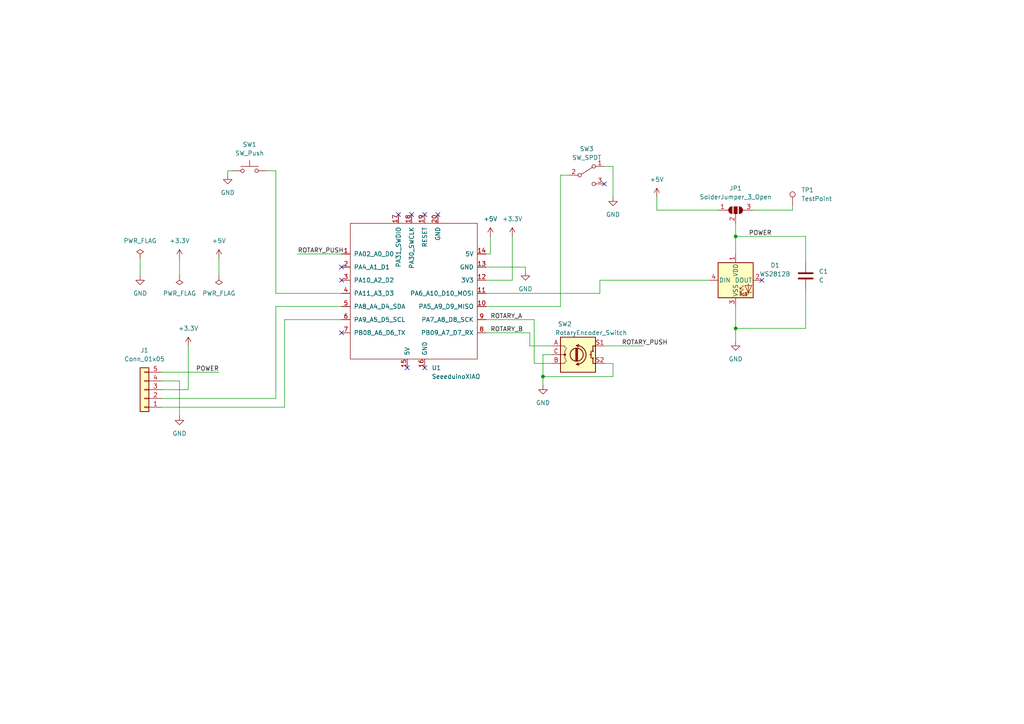
<source format=kicad_sch>
(kicad_sch (version 20211123) (generator eeschema)

  (uuid b9b65c38-667d-4673-9b80-f8f82d0c7ac7)

  (paper "A4")

  (title_block
    (title "BTMS2.0 MainPCB")
    (date "2022-09-09")
    (rev "0.1")
  )

  (lib_symbols
    (symbol "Connector:TestPoint" (pin_numbers hide) (pin_names (offset 0.762) hide) (in_bom yes) (on_board yes)
      (property "Reference" "TP" (id 0) (at 0 6.858 0)
        (effects (font (size 1.27 1.27)))
      )
      (property "Value" "TestPoint" (id 1) (at 0 5.08 0)
        (effects (font (size 1.27 1.27)))
      )
      (property "Footprint" "" (id 2) (at 5.08 0 0)
        (effects (font (size 1.27 1.27)) hide)
      )
      (property "Datasheet" "~" (id 3) (at 5.08 0 0)
        (effects (font (size 1.27 1.27)) hide)
      )
      (property "ki_keywords" "test point tp" (id 4) (at 0 0 0)
        (effects (font (size 1.27 1.27)) hide)
      )
      (property "ki_description" "test point" (id 5) (at 0 0 0)
        (effects (font (size 1.27 1.27)) hide)
      )
      (property "ki_fp_filters" "Pin* Test*" (id 6) (at 0 0 0)
        (effects (font (size 1.27 1.27)) hide)
      )
      (symbol "TestPoint_0_1"
        (circle (center 0 3.302) (radius 0.762)
          (stroke (width 0) (type default) (color 0 0 0 0))
          (fill (type none))
        )
      )
      (symbol "TestPoint_1_1"
        (pin passive line (at 0 0 90) (length 2.54)
          (name "1" (effects (font (size 1.27 1.27))))
          (number "1" (effects (font (size 1.27 1.27))))
        )
      )
    )
    (symbol "Connector_Generic:Conn_01x05" (pin_names (offset 1.016) hide) (in_bom yes) (on_board yes)
      (property "Reference" "J" (id 0) (at 0 7.62 0)
        (effects (font (size 1.27 1.27)))
      )
      (property "Value" "Conn_01x05" (id 1) (at 0 -7.62 0)
        (effects (font (size 1.27 1.27)))
      )
      (property "Footprint" "" (id 2) (at 0 0 0)
        (effects (font (size 1.27 1.27)) hide)
      )
      (property "Datasheet" "~" (id 3) (at 0 0 0)
        (effects (font (size 1.27 1.27)) hide)
      )
      (property "ki_keywords" "connector" (id 4) (at 0 0 0)
        (effects (font (size 1.27 1.27)) hide)
      )
      (property "ki_description" "Generic connector, single row, 01x05, script generated (kicad-library-utils/schlib/autogen/connector/)" (id 5) (at 0 0 0)
        (effects (font (size 1.27 1.27)) hide)
      )
      (property "ki_fp_filters" "Connector*:*_1x??_*" (id 6) (at 0 0 0)
        (effects (font (size 1.27 1.27)) hide)
      )
      (symbol "Conn_01x05_1_1"
        (rectangle (start -1.27 -4.953) (end 0 -5.207)
          (stroke (width 0.1524) (type default) (color 0 0 0 0))
          (fill (type none))
        )
        (rectangle (start -1.27 -2.413) (end 0 -2.667)
          (stroke (width 0.1524) (type default) (color 0 0 0 0))
          (fill (type none))
        )
        (rectangle (start -1.27 0.127) (end 0 -0.127)
          (stroke (width 0.1524) (type default) (color 0 0 0 0))
          (fill (type none))
        )
        (rectangle (start -1.27 2.667) (end 0 2.413)
          (stroke (width 0.1524) (type default) (color 0 0 0 0))
          (fill (type none))
        )
        (rectangle (start -1.27 5.207) (end 0 4.953)
          (stroke (width 0.1524) (type default) (color 0 0 0 0))
          (fill (type none))
        )
        (rectangle (start -1.27 6.35) (end 1.27 -6.35)
          (stroke (width 0.254) (type default) (color 0 0 0 0))
          (fill (type background))
        )
        (pin passive line (at -5.08 5.08 0) (length 3.81)
          (name "Pin_1" (effects (font (size 1.27 1.27))))
          (number "1" (effects (font (size 1.27 1.27))))
        )
        (pin passive line (at -5.08 2.54 0) (length 3.81)
          (name "Pin_2" (effects (font (size 1.27 1.27))))
          (number "2" (effects (font (size 1.27 1.27))))
        )
        (pin passive line (at -5.08 0 0) (length 3.81)
          (name "Pin_3" (effects (font (size 1.27 1.27))))
          (number "3" (effects (font (size 1.27 1.27))))
        )
        (pin passive line (at -5.08 -2.54 0) (length 3.81)
          (name "Pin_4" (effects (font (size 1.27 1.27))))
          (number "4" (effects (font (size 1.27 1.27))))
        )
        (pin passive line (at -5.08 -5.08 0) (length 3.81)
          (name "Pin_5" (effects (font (size 1.27 1.27))))
          (number "5" (effects (font (size 1.27 1.27))))
        )
      )
    )
    (symbol "Device:C" (pin_numbers hide) (pin_names (offset 0.254)) (in_bom yes) (on_board yes)
      (property "Reference" "C" (id 0) (at 0.635 2.54 0)
        (effects (font (size 1.27 1.27)) (justify left))
      )
      (property "Value" "C" (id 1) (at 0.635 -2.54 0)
        (effects (font (size 1.27 1.27)) (justify left))
      )
      (property "Footprint" "" (id 2) (at 0.9652 -3.81 0)
        (effects (font (size 1.27 1.27)) hide)
      )
      (property "Datasheet" "~" (id 3) (at 0 0 0)
        (effects (font (size 1.27 1.27)) hide)
      )
      (property "ki_keywords" "cap capacitor" (id 4) (at 0 0 0)
        (effects (font (size 1.27 1.27)) hide)
      )
      (property "ki_description" "Unpolarized capacitor" (id 5) (at 0 0 0)
        (effects (font (size 1.27 1.27)) hide)
      )
      (property "ki_fp_filters" "C_*" (id 6) (at 0 0 0)
        (effects (font (size 1.27 1.27)) hide)
      )
      (symbol "C_0_1"
        (polyline
          (pts
            (xy -2.032 -0.762)
            (xy 2.032 -0.762)
          )
          (stroke (width 0.508) (type default) (color 0 0 0 0))
          (fill (type none))
        )
        (polyline
          (pts
            (xy -2.032 0.762)
            (xy 2.032 0.762)
          )
          (stroke (width 0.508) (type default) (color 0 0 0 0))
          (fill (type none))
        )
      )
      (symbol "C_1_1"
        (pin passive line (at 0 3.81 270) (length 2.794)
          (name "~" (effects (font (size 1.27 1.27))))
          (number "1" (effects (font (size 1.27 1.27))))
        )
        (pin passive line (at 0 -3.81 90) (length 2.794)
          (name "~" (effects (font (size 1.27 1.27))))
          (number "2" (effects (font (size 1.27 1.27))))
        )
      )
    )
    (symbol "Device:RotaryEncoder_Switch" (pin_names (offset 0.254) hide) (in_bom yes) (on_board yes)
      (property "Reference" "SW" (id 0) (at 0 6.604 0)
        (effects (font (size 1.27 1.27)))
      )
      (property "Value" "RotaryEncoder_Switch" (id 1) (at 0 -6.604 0)
        (effects (font (size 1.27 1.27)))
      )
      (property "Footprint" "" (id 2) (at -3.81 4.064 0)
        (effects (font (size 1.27 1.27)) hide)
      )
      (property "Datasheet" "~" (id 3) (at 0 6.604 0)
        (effects (font (size 1.27 1.27)) hide)
      )
      (property "ki_keywords" "rotary switch encoder switch push button" (id 4) (at 0 0 0)
        (effects (font (size 1.27 1.27)) hide)
      )
      (property "ki_description" "Rotary encoder, dual channel, incremental quadrate outputs, with switch" (id 5) (at 0 0 0)
        (effects (font (size 1.27 1.27)) hide)
      )
      (property "ki_fp_filters" "RotaryEncoder*Switch*" (id 6) (at 0 0 0)
        (effects (font (size 1.27 1.27)) hide)
      )
      (symbol "RotaryEncoder_Switch_0_1"
        (rectangle (start -5.08 5.08) (end 5.08 -5.08)
          (stroke (width 0.254) (type default) (color 0 0 0 0))
          (fill (type background))
        )
        (circle (center -3.81 0) (radius 0.254)
          (stroke (width 0) (type default) (color 0 0 0 0))
          (fill (type outline))
        )
        (arc (start -0.381 -2.794) (mid 2.3622 -0.0508) (end -0.381 2.667)
          (stroke (width 0.254) (type default) (color 0 0 0 0))
          (fill (type none))
        )
        (circle (center -0.381 0) (radius 1.905)
          (stroke (width 0.254) (type default) (color 0 0 0 0))
          (fill (type none))
        )
        (polyline
          (pts
            (xy -0.635 -1.778)
            (xy -0.635 1.778)
          )
          (stroke (width 0.254) (type default) (color 0 0 0 0))
          (fill (type none))
        )
        (polyline
          (pts
            (xy -0.381 -1.778)
            (xy -0.381 1.778)
          )
          (stroke (width 0.254) (type default) (color 0 0 0 0))
          (fill (type none))
        )
        (polyline
          (pts
            (xy -0.127 1.778)
            (xy -0.127 -1.778)
          )
          (stroke (width 0.254) (type default) (color 0 0 0 0))
          (fill (type none))
        )
        (polyline
          (pts
            (xy 3.81 0)
            (xy 3.429 0)
          )
          (stroke (width 0.254) (type default) (color 0 0 0 0))
          (fill (type none))
        )
        (polyline
          (pts
            (xy 3.81 1.016)
            (xy 3.81 -1.016)
          )
          (stroke (width 0.254) (type default) (color 0 0 0 0))
          (fill (type none))
        )
        (polyline
          (pts
            (xy -5.08 -2.54)
            (xy -3.81 -2.54)
            (xy -3.81 -2.032)
          )
          (stroke (width 0) (type default) (color 0 0 0 0))
          (fill (type none))
        )
        (polyline
          (pts
            (xy -5.08 2.54)
            (xy -3.81 2.54)
            (xy -3.81 2.032)
          )
          (stroke (width 0) (type default) (color 0 0 0 0))
          (fill (type none))
        )
        (polyline
          (pts
            (xy 0.254 -3.048)
            (xy -0.508 -2.794)
            (xy 0.127 -2.413)
          )
          (stroke (width 0.254) (type default) (color 0 0 0 0))
          (fill (type none))
        )
        (polyline
          (pts
            (xy 0.254 2.921)
            (xy -0.508 2.667)
            (xy 0.127 2.286)
          )
          (stroke (width 0.254) (type default) (color 0 0 0 0))
          (fill (type none))
        )
        (polyline
          (pts
            (xy 5.08 -2.54)
            (xy 4.318 -2.54)
            (xy 4.318 -1.016)
          )
          (stroke (width 0.254) (type default) (color 0 0 0 0))
          (fill (type none))
        )
        (polyline
          (pts
            (xy 5.08 2.54)
            (xy 4.318 2.54)
            (xy 4.318 1.016)
          )
          (stroke (width 0.254) (type default) (color 0 0 0 0))
          (fill (type none))
        )
        (polyline
          (pts
            (xy -5.08 0)
            (xy -3.81 0)
            (xy -3.81 -1.016)
            (xy -3.302 -2.032)
          )
          (stroke (width 0) (type default) (color 0 0 0 0))
          (fill (type none))
        )
        (polyline
          (pts
            (xy -4.318 0)
            (xy -3.81 0)
            (xy -3.81 1.016)
            (xy -3.302 2.032)
          )
          (stroke (width 0) (type default) (color 0 0 0 0))
          (fill (type none))
        )
        (circle (center 4.318 -1.016) (radius 0.127)
          (stroke (width 0.254) (type default) (color 0 0 0 0))
          (fill (type none))
        )
        (circle (center 4.318 1.016) (radius 0.127)
          (stroke (width 0.254) (type default) (color 0 0 0 0))
          (fill (type none))
        )
      )
      (symbol "RotaryEncoder_Switch_1_1"
        (pin passive line (at -7.62 2.54 0) (length 2.54)
          (name "A" (effects (font (size 1.27 1.27))))
          (number "A" (effects (font (size 1.27 1.27))))
        )
        (pin passive line (at -7.62 -2.54 0) (length 2.54)
          (name "B" (effects (font (size 1.27 1.27))))
          (number "B" (effects (font (size 1.27 1.27))))
        )
        (pin passive line (at -7.62 0 0) (length 2.54)
          (name "C" (effects (font (size 1.27 1.27))))
          (number "C" (effects (font (size 1.27 1.27))))
        )
        (pin passive line (at 7.62 2.54 180) (length 2.54)
          (name "S1" (effects (font (size 1.27 1.27))))
          (number "S1" (effects (font (size 1.27 1.27))))
        )
        (pin passive line (at 7.62 -2.54 180) (length 2.54)
          (name "S2" (effects (font (size 1.27 1.27))))
          (number "S2" (effects (font (size 1.27 1.27))))
        )
      )
    )
    (symbol "Jumper:SolderJumper_3_Open" (pin_names (offset 0) hide) (in_bom yes) (on_board yes)
      (property "Reference" "JP" (id 0) (at -2.54 -2.54 0)
        (effects (font (size 1.27 1.27)))
      )
      (property "Value" "SolderJumper_3_Open" (id 1) (at 0 2.794 0)
        (effects (font (size 1.27 1.27)))
      )
      (property "Footprint" "" (id 2) (at 0 0 0)
        (effects (font (size 1.27 1.27)) hide)
      )
      (property "Datasheet" "~" (id 3) (at 0 0 0)
        (effects (font (size 1.27 1.27)) hide)
      )
      (property "ki_keywords" "Solder Jumper SPDT" (id 4) (at 0 0 0)
        (effects (font (size 1.27 1.27)) hide)
      )
      (property "ki_description" "Solder Jumper, 3-pole, open" (id 5) (at 0 0 0)
        (effects (font (size 1.27 1.27)) hide)
      )
      (property "ki_fp_filters" "SolderJumper*Open*" (id 6) (at 0 0 0)
        (effects (font (size 1.27 1.27)) hide)
      )
      (symbol "SolderJumper_3_Open_0_1"
        (arc (start -1.016 1.016) (mid -2.032 0) (end -1.016 -1.016)
          (stroke (width 0) (type default) (color 0 0 0 0))
          (fill (type none))
        )
        (arc (start -1.016 1.016) (mid -2.032 0) (end -1.016 -1.016)
          (stroke (width 0) (type default) (color 0 0 0 0))
          (fill (type outline))
        )
        (rectangle (start -0.508 1.016) (end 0.508 -1.016)
          (stroke (width 0) (type default) (color 0 0 0 0))
          (fill (type outline))
        )
        (polyline
          (pts
            (xy -2.54 0)
            (xy -2.032 0)
          )
          (stroke (width 0) (type default) (color 0 0 0 0))
          (fill (type none))
        )
        (polyline
          (pts
            (xy -1.016 1.016)
            (xy -1.016 -1.016)
          )
          (stroke (width 0) (type default) (color 0 0 0 0))
          (fill (type none))
        )
        (polyline
          (pts
            (xy 0 -1.27)
            (xy 0 -1.016)
          )
          (stroke (width 0) (type default) (color 0 0 0 0))
          (fill (type none))
        )
        (polyline
          (pts
            (xy 1.016 1.016)
            (xy 1.016 -1.016)
          )
          (stroke (width 0) (type default) (color 0 0 0 0))
          (fill (type none))
        )
        (polyline
          (pts
            (xy 2.54 0)
            (xy 2.032 0)
          )
          (stroke (width 0) (type default) (color 0 0 0 0))
          (fill (type none))
        )
        (arc (start 1.016 -1.016) (mid 2.032 0) (end 1.016 1.016)
          (stroke (width 0) (type default) (color 0 0 0 0))
          (fill (type none))
        )
        (arc (start 1.016 -1.016) (mid 2.032 0) (end 1.016 1.016)
          (stroke (width 0) (type default) (color 0 0 0 0))
          (fill (type outline))
        )
      )
      (symbol "SolderJumper_3_Open_1_1"
        (pin passive line (at -5.08 0 0) (length 2.54)
          (name "A" (effects (font (size 1.27 1.27))))
          (number "1" (effects (font (size 1.27 1.27))))
        )
        (pin passive line (at 0 -3.81 90) (length 2.54)
          (name "C" (effects (font (size 1.27 1.27))))
          (number "2" (effects (font (size 1.27 1.27))))
        )
        (pin passive line (at 5.08 0 180) (length 2.54)
          (name "B" (effects (font (size 1.27 1.27))))
          (number "3" (effects (font (size 1.27 1.27))))
        )
      )
    )
    (symbol "LED:WS2812B" (pin_names (offset 0.254)) (in_bom yes) (on_board yes)
      (property "Reference" "D" (id 0) (at 5.08 5.715 0)
        (effects (font (size 1.27 1.27)) (justify right bottom))
      )
      (property "Value" "WS2812B" (id 1) (at 1.27 -5.715 0)
        (effects (font (size 1.27 1.27)) (justify left top))
      )
      (property "Footprint" "LED_SMD:LED_WS2812B_PLCC4_5.0x5.0mm_P3.2mm" (id 2) (at 1.27 -7.62 0)
        (effects (font (size 1.27 1.27)) (justify left top) hide)
      )
      (property "Datasheet" "https://cdn-shop.adafruit.com/datasheets/WS2812B.pdf" (id 3) (at 2.54 -9.525 0)
        (effects (font (size 1.27 1.27)) (justify left top) hide)
      )
      (property "ki_keywords" "RGB LED NeoPixel addressable" (id 4) (at 0 0 0)
        (effects (font (size 1.27 1.27)) hide)
      )
      (property "ki_description" "RGB LED with integrated controller" (id 5) (at 0 0 0)
        (effects (font (size 1.27 1.27)) hide)
      )
      (property "ki_fp_filters" "LED*WS2812*PLCC*5.0x5.0mm*P3.2mm*" (id 6) (at 0 0 0)
        (effects (font (size 1.27 1.27)) hide)
      )
      (symbol "WS2812B_0_0"
        (text "RGB" (at 2.286 -4.191 0)
          (effects (font (size 0.762 0.762)))
        )
      )
      (symbol "WS2812B_0_1"
        (polyline
          (pts
            (xy 1.27 -3.556)
            (xy 1.778 -3.556)
          )
          (stroke (width 0) (type default) (color 0 0 0 0))
          (fill (type none))
        )
        (polyline
          (pts
            (xy 1.27 -2.54)
            (xy 1.778 -2.54)
          )
          (stroke (width 0) (type default) (color 0 0 0 0))
          (fill (type none))
        )
        (polyline
          (pts
            (xy 4.699 -3.556)
            (xy 2.667 -3.556)
          )
          (stroke (width 0) (type default) (color 0 0 0 0))
          (fill (type none))
        )
        (polyline
          (pts
            (xy 2.286 -2.54)
            (xy 1.27 -3.556)
            (xy 1.27 -3.048)
          )
          (stroke (width 0) (type default) (color 0 0 0 0))
          (fill (type none))
        )
        (polyline
          (pts
            (xy 2.286 -1.524)
            (xy 1.27 -2.54)
            (xy 1.27 -2.032)
          )
          (stroke (width 0) (type default) (color 0 0 0 0))
          (fill (type none))
        )
        (polyline
          (pts
            (xy 3.683 -1.016)
            (xy 3.683 -3.556)
            (xy 3.683 -4.064)
          )
          (stroke (width 0) (type default) (color 0 0 0 0))
          (fill (type none))
        )
        (polyline
          (pts
            (xy 4.699 -1.524)
            (xy 2.667 -1.524)
            (xy 3.683 -3.556)
            (xy 4.699 -1.524)
          )
          (stroke (width 0) (type default) (color 0 0 0 0))
          (fill (type none))
        )
        (rectangle (start 5.08 5.08) (end -5.08 -5.08)
          (stroke (width 0.254) (type default) (color 0 0 0 0))
          (fill (type background))
        )
      )
      (symbol "WS2812B_1_1"
        (pin power_in line (at 0 7.62 270) (length 2.54)
          (name "VDD" (effects (font (size 1.27 1.27))))
          (number "1" (effects (font (size 1.27 1.27))))
        )
        (pin output line (at 7.62 0 180) (length 2.54)
          (name "DOUT" (effects (font (size 1.27 1.27))))
          (number "2" (effects (font (size 1.27 1.27))))
        )
        (pin power_in line (at 0 -7.62 90) (length 2.54)
          (name "VSS" (effects (font (size 1.27 1.27))))
          (number "3" (effects (font (size 1.27 1.27))))
        )
        (pin input line (at -7.62 0 0) (length 2.54)
          (name "DIN" (effects (font (size 1.27 1.27))))
          (number "4" (effects (font (size 1.27 1.27))))
        )
      )
    )
    (symbol "Switch:SW_Push" (pin_numbers hide) (pin_names (offset 1.016) hide) (in_bom yes) (on_board yes)
      (property "Reference" "SW" (id 0) (at 1.27 2.54 0)
        (effects (font (size 1.27 1.27)) (justify left))
      )
      (property "Value" "SW_Push" (id 1) (at 0 -1.524 0)
        (effects (font (size 1.27 1.27)))
      )
      (property "Footprint" "" (id 2) (at 0 5.08 0)
        (effects (font (size 1.27 1.27)) hide)
      )
      (property "Datasheet" "~" (id 3) (at 0 5.08 0)
        (effects (font (size 1.27 1.27)) hide)
      )
      (property "ki_keywords" "switch normally-open pushbutton push-button" (id 4) (at 0 0 0)
        (effects (font (size 1.27 1.27)) hide)
      )
      (property "ki_description" "Push button switch, generic, two pins" (id 5) (at 0 0 0)
        (effects (font (size 1.27 1.27)) hide)
      )
      (symbol "SW_Push_0_1"
        (circle (center -2.032 0) (radius 0.508)
          (stroke (width 0) (type default) (color 0 0 0 0))
          (fill (type none))
        )
        (polyline
          (pts
            (xy 0 1.27)
            (xy 0 3.048)
          )
          (stroke (width 0) (type default) (color 0 0 0 0))
          (fill (type none))
        )
        (polyline
          (pts
            (xy 2.54 1.27)
            (xy -2.54 1.27)
          )
          (stroke (width 0) (type default) (color 0 0 0 0))
          (fill (type none))
        )
        (circle (center 2.032 0) (radius 0.508)
          (stroke (width 0) (type default) (color 0 0 0 0))
          (fill (type none))
        )
        (pin passive line (at -5.08 0 0) (length 2.54)
          (name "1" (effects (font (size 1.27 1.27))))
          (number "1" (effects (font (size 1.27 1.27))))
        )
        (pin passive line (at 5.08 0 180) (length 2.54)
          (name "2" (effects (font (size 1.27 1.27))))
          (number "2" (effects (font (size 1.27 1.27))))
        )
      )
    )
    (symbol "Switch:SW_SPDT" (pin_names (offset 0) hide) (in_bom yes) (on_board yes)
      (property "Reference" "SW" (id 0) (at 0 4.318 0)
        (effects (font (size 1.27 1.27)))
      )
      (property "Value" "SW_SPDT" (id 1) (at 0 -5.08 0)
        (effects (font (size 1.27 1.27)))
      )
      (property "Footprint" "" (id 2) (at 0 0 0)
        (effects (font (size 1.27 1.27)) hide)
      )
      (property "Datasheet" "~" (id 3) (at 0 0 0)
        (effects (font (size 1.27 1.27)) hide)
      )
      (property "ki_keywords" "switch single-pole double-throw spdt ON-ON" (id 4) (at 0 0 0)
        (effects (font (size 1.27 1.27)) hide)
      )
      (property "ki_description" "Switch, single pole double throw" (id 5) (at 0 0 0)
        (effects (font (size 1.27 1.27)) hide)
      )
      (symbol "SW_SPDT_0_0"
        (circle (center -2.032 0) (radius 0.508)
          (stroke (width 0) (type default) (color 0 0 0 0))
          (fill (type none))
        )
        (circle (center 2.032 -2.54) (radius 0.508)
          (stroke (width 0) (type default) (color 0 0 0 0))
          (fill (type none))
        )
      )
      (symbol "SW_SPDT_0_1"
        (polyline
          (pts
            (xy -1.524 0.254)
            (xy 1.651 2.286)
          )
          (stroke (width 0) (type default) (color 0 0 0 0))
          (fill (type none))
        )
        (circle (center 2.032 2.54) (radius 0.508)
          (stroke (width 0) (type default) (color 0 0 0 0))
          (fill (type none))
        )
      )
      (symbol "SW_SPDT_1_1"
        (pin passive line (at 5.08 2.54 180) (length 2.54)
          (name "A" (effects (font (size 1.27 1.27))))
          (number "1" (effects (font (size 1.27 1.27))))
        )
        (pin passive line (at -5.08 0 0) (length 2.54)
          (name "B" (effects (font (size 1.27 1.27))))
          (number "2" (effects (font (size 1.27 1.27))))
        )
        (pin passive line (at 5.08 -2.54 180) (length 2.54)
          (name "C" (effects (font (size 1.27 1.27))))
          (number "3" (effects (font (size 1.27 1.27))))
        )
      )
    )
    (symbol "Xiao:SeeeduinoXIAO" (pin_names (offset 1.016)) (in_bom yes) (on_board yes)
      (property "Reference" "U" (id 0) (at -19.05 22.86 0)
        (effects (font (size 1.27 1.27)))
      )
      (property "Value" "SeeeduinoXIAO" (id 1) (at -12.7 21.59 0)
        (effects (font (size 1.27 1.27)))
      )
      (property "Footprint" "" (id 2) (at -8.89 5.08 0)
        (effects (font (size 1.27 1.27)) hide)
      )
      (property "Datasheet" "" (id 3) (at -8.89 5.08 0)
        (effects (font (size 1.27 1.27)) hide)
      )
      (symbol "SeeeduinoXIAO_0_1"
        (rectangle (start -19.05 20.32) (end 17.78 -19.05)
          (stroke (width 0) (type default) (color 0 0 0 0))
          (fill (type none))
        )
      )
      (symbol "SeeeduinoXIAO_1_1"
        (pin unspecified line (at -21.59 11.43 0) (length 2.54)
          (name "PA02_A0_D0" (effects (font (size 1.27 1.27))))
          (number "1" (effects (font (size 1.27 1.27))))
        )
        (pin unspecified line (at 20.32 -3.81 180) (length 2.54)
          (name "PA5_A9_D9_MISO" (effects (font (size 1.27 1.27))))
          (number "10" (effects (font (size 1.27 1.27))))
        )
        (pin unspecified line (at 20.32 0 180) (length 2.54)
          (name "PA6_A10_D10_MOSI" (effects (font (size 1.27 1.27))))
          (number "11" (effects (font (size 1.27 1.27))))
        )
        (pin unspecified line (at 20.32 3.81 180) (length 2.54)
          (name "3V3" (effects (font (size 1.27 1.27))))
          (number "12" (effects (font (size 1.27 1.27))))
        )
        (pin unspecified line (at 20.32 7.62 180) (length 2.54)
          (name "GND" (effects (font (size 1.27 1.27))))
          (number "13" (effects (font (size 1.27 1.27))))
        )
        (pin unspecified line (at 20.32 11.43 180) (length 2.54)
          (name "5V" (effects (font (size 1.27 1.27))))
          (number "14" (effects (font (size 1.27 1.27))))
        )
        (pin input line (at -2.54 -21.59 90) (length 2.54)
          (name "5V" (effects (font (size 1.27 1.27))))
          (number "15" (effects (font (size 1.27 1.27))))
        )
        (pin input line (at 2.54 -21.59 90) (length 2.54)
          (name "GND" (effects (font (size 1.27 1.27))))
          (number "16" (effects (font (size 1.27 1.27))))
        )
        (pin input line (at -5.08 22.86 270) (length 2.54)
          (name "PA31_SWDIO" (effects (font (size 1.27 1.27))))
          (number "17" (effects (font (size 1.27 1.27))))
        )
        (pin input line (at -1.27 22.86 270) (length 2.54)
          (name "PA30_SWCLK" (effects (font (size 1.27 1.27))))
          (number "18" (effects (font (size 1.27 1.27))))
        )
        (pin input line (at 2.54 22.86 270) (length 2.54)
          (name "RESET" (effects (font (size 1.27 1.27))))
          (number "19" (effects (font (size 1.27 1.27))))
        )
        (pin unspecified line (at -21.59 7.62 0) (length 2.54)
          (name "PA4_A1_D1" (effects (font (size 1.27 1.27))))
          (number "2" (effects (font (size 1.27 1.27))))
        )
        (pin input line (at 6.35 22.86 270) (length 2.54)
          (name "GND" (effects (font (size 1.27 1.27))))
          (number "20" (effects (font (size 1.27 1.27))))
        )
        (pin unspecified line (at -21.59 3.81 0) (length 2.54)
          (name "PA10_A2_D2" (effects (font (size 1.27 1.27))))
          (number "3" (effects (font (size 1.27 1.27))))
        )
        (pin unspecified line (at -21.59 0 0) (length 2.54)
          (name "PA11_A3_D3" (effects (font (size 1.27 1.27))))
          (number "4" (effects (font (size 1.27 1.27))))
        )
        (pin unspecified line (at -21.59 -3.81 0) (length 2.54)
          (name "PA8_A4_D4_SDA" (effects (font (size 1.27 1.27))))
          (number "5" (effects (font (size 1.27 1.27))))
        )
        (pin unspecified line (at -21.59 -7.62 0) (length 2.54)
          (name "PA9_A5_D5_SCL" (effects (font (size 1.27 1.27))))
          (number "6" (effects (font (size 1.27 1.27))))
        )
        (pin unspecified line (at -21.59 -11.43 0) (length 2.54)
          (name "PB08_A6_D6_TX" (effects (font (size 1.27 1.27))))
          (number "7" (effects (font (size 1.27 1.27))))
        )
        (pin unspecified line (at 20.32 -11.43 180) (length 2.54)
          (name "PB09_A7_D7_RX" (effects (font (size 1.27 1.27))))
          (number "8" (effects (font (size 1.27 1.27))))
        )
        (pin unspecified line (at 20.32 -7.62 180) (length 2.54)
          (name "PA7_A8_D8_SCK" (effects (font (size 1.27 1.27))))
          (number "9" (effects (font (size 1.27 1.27))))
        )
      )
    )
    (symbol "power:+3.3V" (power) (pin_names (offset 0)) (in_bom yes) (on_board yes)
      (property "Reference" "#PWR" (id 0) (at 0 -3.81 0)
        (effects (font (size 1.27 1.27)) hide)
      )
      (property "Value" "+3.3V" (id 1) (at 0 3.556 0)
        (effects (font (size 1.27 1.27)))
      )
      (property "Footprint" "" (id 2) (at 0 0 0)
        (effects (font (size 1.27 1.27)) hide)
      )
      (property "Datasheet" "" (id 3) (at 0 0 0)
        (effects (font (size 1.27 1.27)) hide)
      )
      (property "ki_keywords" "power-flag" (id 4) (at 0 0 0)
        (effects (font (size 1.27 1.27)) hide)
      )
      (property "ki_description" "Power symbol creates a global label with name \"+3.3V\"" (id 5) (at 0 0 0)
        (effects (font (size 1.27 1.27)) hide)
      )
      (symbol "+3.3V_0_1"
        (polyline
          (pts
            (xy -0.762 1.27)
            (xy 0 2.54)
          )
          (stroke (width 0) (type default) (color 0 0 0 0))
          (fill (type none))
        )
        (polyline
          (pts
            (xy 0 0)
            (xy 0 2.54)
          )
          (stroke (width 0) (type default) (color 0 0 0 0))
          (fill (type none))
        )
        (polyline
          (pts
            (xy 0 2.54)
            (xy 0.762 1.27)
          )
          (stroke (width 0) (type default) (color 0 0 0 0))
          (fill (type none))
        )
      )
      (symbol "+3.3V_1_1"
        (pin power_in line (at 0 0 90) (length 0) hide
          (name "+3.3V" (effects (font (size 1.27 1.27))))
          (number "1" (effects (font (size 1.27 1.27))))
        )
      )
    )
    (symbol "power:+5V" (power) (pin_names (offset 0)) (in_bom yes) (on_board yes)
      (property "Reference" "#PWR" (id 0) (at 0 -3.81 0)
        (effects (font (size 1.27 1.27)) hide)
      )
      (property "Value" "+5V" (id 1) (at 0 3.556 0)
        (effects (font (size 1.27 1.27)))
      )
      (property "Footprint" "" (id 2) (at 0 0 0)
        (effects (font (size 1.27 1.27)) hide)
      )
      (property "Datasheet" "" (id 3) (at 0 0 0)
        (effects (font (size 1.27 1.27)) hide)
      )
      (property "ki_keywords" "power-flag" (id 4) (at 0 0 0)
        (effects (font (size 1.27 1.27)) hide)
      )
      (property "ki_description" "Power symbol creates a global label with name \"+5V\"" (id 5) (at 0 0 0)
        (effects (font (size 1.27 1.27)) hide)
      )
      (symbol "+5V_0_1"
        (polyline
          (pts
            (xy -0.762 1.27)
            (xy 0 2.54)
          )
          (stroke (width 0) (type default) (color 0 0 0 0))
          (fill (type none))
        )
        (polyline
          (pts
            (xy 0 0)
            (xy 0 2.54)
          )
          (stroke (width 0) (type default) (color 0 0 0 0))
          (fill (type none))
        )
        (polyline
          (pts
            (xy 0 2.54)
            (xy 0.762 1.27)
          )
          (stroke (width 0) (type default) (color 0 0 0 0))
          (fill (type none))
        )
      )
      (symbol "+5V_1_1"
        (pin power_in line (at 0 0 90) (length 0) hide
          (name "+5V" (effects (font (size 1.27 1.27))))
          (number "1" (effects (font (size 1.27 1.27))))
        )
      )
    )
    (symbol "power:GND" (power) (pin_names (offset 0)) (in_bom yes) (on_board yes)
      (property "Reference" "#PWR" (id 0) (at 0 -6.35 0)
        (effects (font (size 1.27 1.27)) hide)
      )
      (property "Value" "GND" (id 1) (at 0 -3.81 0)
        (effects (font (size 1.27 1.27)))
      )
      (property "Footprint" "" (id 2) (at 0 0 0)
        (effects (font (size 1.27 1.27)) hide)
      )
      (property "Datasheet" "" (id 3) (at 0 0 0)
        (effects (font (size 1.27 1.27)) hide)
      )
      (property "ki_keywords" "power-flag" (id 4) (at 0 0 0)
        (effects (font (size 1.27 1.27)) hide)
      )
      (property "ki_description" "Power symbol creates a global label with name \"GND\" , ground" (id 5) (at 0 0 0)
        (effects (font (size 1.27 1.27)) hide)
      )
      (symbol "GND_0_1"
        (polyline
          (pts
            (xy 0 0)
            (xy 0 -1.27)
            (xy 1.27 -1.27)
            (xy 0 -2.54)
            (xy -1.27 -1.27)
            (xy 0 -1.27)
          )
          (stroke (width 0) (type default) (color 0 0 0 0))
          (fill (type none))
        )
      )
      (symbol "GND_1_1"
        (pin power_in line (at 0 0 270) (length 0) hide
          (name "GND" (effects (font (size 1.27 1.27))))
          (number "1" (effects (font (size 1.27 1.27))))
        )
      )
    )
    (symbol "power:PWR_FLAG" (power) (pin_numbers hide) (pin_names (offset 0) hide) (in_bom yes) (on_board yes)
      (property "Reference" "#FLG" (id 0) (at 0 1.905 0)
        (effects (font (size 1.27 1.27)) hide)
      )
      (property "Value" "PWR_FLAG" (id 1) (at 0 3.81 0)
        (effects (font (size 1.27 1.27)))
      )
      (property "Footprint" "" (id 2) (at 0 0 0)
        (effects (font (size 1.27 1.27)) hide)
      )
      (property "Datasheet" "~" (id 3) (at 0 0 0)
        (effects (font (size 1.27 1.27)) hide)
      )
      (property "ki_keywords" "power-flag" (id 4) (at 0 0 0)
        (effects (font (size 1.27 1.27)) hide)
      )
      (property "ki_description" "Special symbol for telling ERC where power comes from" (id 5) (at 0 0 0)
        (effects (font (size 1.27 1.27)) hide)
      )
      (symbol "PWR_FLAG_0_0"
        (pin power_out line (at 0 0 90) (length 0)
          (name "pwr" (effects (font (size 1.27 1.27))))
          (number "1" (effects (font (size 1.27 1.27))))
        )
      )
      (symbol "PWR_FLAG_0_1"
        (polyline
          (pts
            (xy 0 0)
            (xy 0 1.27)
            (xy -1.016 1.905)
            (xy 0 2.54)
            (xy 1.016 1.905)
            (xy 0 1.27)
          )
          (stroke (width 0) (type default) (color 0 0 0 0))
          (fill (type none))
        )
      )
    )
  )

  (junction (at 213.36 95.25) (diameter 0) (color 0 0 0 0)
    (uuid 14b7e329-c7cc-47c1-9fda-14ebcf74dad5)
  )
  (junction (at 213.36 68.58) (diameter 0) (color 0 0 0 0)
    (uuid 993580a3-a3dc-4f71-b3be-5f0c29b81932)
  )
  (junction (at 157.48 109.22) (diameter 0) (color 0 0 0 0)
    (uuid d9d4037a-cddf-4c75-9d5d-9eccf77a5c65)
  )

  (no_connect (at 220.98 81.28) (uuid 04d3ea4b-4cf9-4ffb-9ef5-7337021848a4))
  (no_connect (at 99.06 77.47) (uuid 8fa9f9ac-74a2-4fea-bb07-fe80a6cbf6ed))
  (no_connect (at 115.57 62.23) (uuid 9b4bc269-2a36-466e-95e8-b9aa8e70396c))
  (no_connect (at 127 62.23) (uuid 9b4bc269-2a36-466e-95e8-b9aa8e70396d))
  (no_connect (at 123.19 62.23) (uuid 9b4bc269-2a36-466e-95e8-b9aa8e70396e))
  (no_connect (at 119.38 62.23) (uuid 9b4bc269-2a36-466e-95e8-b9aa8e70396f))
  (no_connect (at 118.11 106.68) (uuid 9b4bc269-2a36-466e-95e8-b9aa8e703970))
  (no_connect (at 123.19 106.68) (uuid 9b4bc269-2a36-466e-95e8-b9aa8e703971))
  (no_connect (at 99.06 96.52) (uuid 9b4bc269-2a36-466e-95e8-b9aa8e703972))
  (no_connect (at 175.26 53.34) (uuid 9b4bc269-2a36-466e-95e8-b9aa8e703973))
  (no_connect (at 99.06 81.28) (uuid a35c0f6c-3b0b-4a38-b4d8-bee187a9ac4f))

  (wire (pts (xy 140.97 96.52) (xy 153.67 96.52))
    (stroke (width 0) (type default) (color 0 0 0 0))
    (uuid 0268e240-9524-455d-93ac-df1d42142d70)
  )
  (wire (pts (xy 46.99 118.11) (xy 82.55 118.11))
    (stroke (width 0) (type default) (color 0 0 0 0))
    (uuid 0510db9f-f63d-49b7-80f9-9ee537cca058)
  )
  (wire (pts (xy 63.5 74.93) (xy 63.5 80.01))
    (stroke (width 0) (type default) (color 0 0 0 0))
    (uuid 09e5c110-f055-45b5-a913-022503b49246)
  )
  (wire (pts (xy 229.87 60.96) (xy 229.87 59.69))
    (stroke (width 0) (type default) (color 0 0 0 0))
    (uuid 0a4b23f3-21c6-44bf-b484-bde101bfaeee)
  )
  (wire (pts (xy 213.36 68.58) (xy 213.36 73.66))
    (stroke (width 0) (type default) (color 0 0 0 0))
    (uuid 0cf25c47-f7e8-48a0-8ed2-c87e92898de1)
  )
  (wire (pts (xy 213.36 95.25) (xy 233.68 95.25))
    (stroke (width 0) (type default) (color 0 0 0 0))
    (uuid 10378405-f5ec-43e0-8a89-bd10af0df906)
  )
  (wire (pts (xy 157.48 109.22) (xy 157.48 102.87))
    (stroke (width 0) (type default) (color 0 0 0 0))
    (uuid 11521853-50f6-415a-a649-0c68bb334d64)
  )
  (wire (pts (xy 175.26 105.41) (xy 177.8 105.41))
    (stroke (width 0) (type default) (color 0 0 0 0))
    (uuid 19bf63e9-103d-4e52-9903-ab2a43614e87)
  )
  (wire (pts (xy 140.97 88.9) (xy 162.56 88.9))
    (stroke (width 0) (type default) (color 0 0 0 0))
    (uuid 1d92798e-307a-4187-b31b-5a5f7e47a669)
  )
  (wire (pts (xy 190.5 60.96) (xy 208.28 60.96))
    (stroke (width 0) (type default) (color 0 0 0 0))
    (uuid 1e4dd508-c7fb-4745-a65f-9f64226a9aa3)
  )
  (wire (pts (xy 175.26 100.33) (xy 186.69 100.33))
    (stroke (width 0) (type default) (color 0 0 0 0))
    (uuid 1fb15d33-80f1-422f-879d-660c3f445b5a)
  )
  (wire (pts (xy 152.4 77.47) (xy 152.4 78.74))
    (stroke (width 0) (type default) (color 0 0 0 0))
    (uuid 26371a8a-040c-468c-aa90-4b56ff85916e)
  )
  (wire (pts (xy 177.8 105.41) (xy 177.8 109.22))
    (stroke (width 0) (type default) (color 0 0 0 0))
    (uuid 2695dede-bcf5-4a49-b9da-ffc1525dbd44)
  )
  (wire (pts (xy 80.01 85.09) (xy 80.01 49.53))
    (stroke (width 0) (type default) (color 0 0 0 0))
    (uuid 2e361267-0d04-49f1-a922-b8017973fa2b)
  )
  (wire (pts (xy 52.07 74.93) (xy 52.07 80.01))
    (stroke (width 0) (type default) (color 0 0 0 0))
    (uuid 39804999-fa61-4a1d-959a-c852c8fe68c0)
  )
  (wire (pts (xy 82.55 92.71) (xy 99.06 92.71))
    (stroke (width 0) (type default) (color 0 0 0 0))
    (uuid 41b498d8-702d-4582-99af-c95585e0fb22)
  )
  (wire (pts (xy 157.48 109.22) (xy 177.8 109.22))
    (stroke (width 0) (type default) (color 0 0 0 0))
    (uuid 4369994d-d9e4-401b-aac4-da4db35fe0e5)
  )
  (wire (pts (xy 177.8 48.26) (xy 177.8 57.15))
    (stroke (width 0) (type default) (color 0 0 0 0))
    (uuid 46e099ba-015d-4bba-82a6-b5da51940e11)
  )
  (wire (pts (xy 153.67 96.52) (xy 153.67 100.33))
    (stroke (width 0) (type default) (color 0 0 0 0))
    (uuid 4b9d083d-0092-4c04-a8dc-f3d5e53f905e)
  )
  (wire (pts (xy 46.99 113.03) (xy 54.61 113.03))
    (stroke (width 0) (type default) (color 0 0 0 0))
    (uuid 4e12cfb6-e232-4044-b60f-b017b8971741)
  )
  (wire (pts (xy 66.04 49.53) (xy 66.04 50.8))
    (stroke (width 0) (type default) (color 0 0 0 0))
    (uuid 4f88bbf6-40ed-4529-b8e2-016118a5eb9d)
  )
  (wire (pts (xy 148.59 81.28) (xy 148.59 68.58))
    (stroke (width 0) (type default) (color 0 0 0 0))
    (uuid 57ce7586-dca4-4aba-a957-52b6d0ee63b6)
  )
  (wire (pts (xy 213.36 88.9) (xy 213.36 95.25))
    (stroke (width 0) (type default) (color 0 0 0 0))
    (uuid 5dd1efdc-a6aa-4dc3-8d68-312231d2f4be)
  )
  (wire (pts (xy 190.5 57.15) (xy 190.5 60.96))
    (stroke (width 0) (type default) (color 0 0 0 0))
    (uuid 5f01fd21-bad6-4e77-a487-c78a7466c71d)
  )
  (wire (pts (xy 154.94 105.41) (xy 160.02 105.41))
    (stroke (width 0) (type default) (color 0 0 0 0))
    (uuid 63a5b58d-886e-4e47-8a85-9a8b7ecdbd6f)
  )
  (wire (pts (xy 233.68 76.2) (xy 233.68 68.58))
    (stroke (width 0) (type default) (color 0 0 0 0))
    (uuid 65bb67dc-8076-43d2-b072-d81b5f29b1ad)
  )
  (wire (pts (xy 99.06 85.09) (xy 80.01 85.09))
    (stroke (width 0) (type default) (color 0 0 0 0))
    (uuid 65db990a-eff8-494e-bdd0-aab817befe64)
  )
  (wire (pts (xy 213.36 95.25) (xy 213.36 99.06))
    (stroke (width 0) (type default) (color 0 0 0 0))
    (uuid 665d081a-24c2-4d8e-b4df-6c388308eac4)
  )
  (wire (pts (xy 173.99 85.09) (xy 173.99 81.28))
    (stroke (width 0) (type default) (color 0 0 0 0))
    (uuid 6c4fc57c-6928-4f6c-8843-b3368479dd39)
  )
  (wire (pts (xy 233.68 68.58) (xy 213.36 68.58))
    (stroke (width 0) (type default) (color 0 0 0 0))
    (uuid 796269b6-68fa-4588-b230-7ddfa81d6fd2)
  )
  (wire (pts (xy 67.31 49.53) (xy 66.04 49.53))
    (stroke (width 0) (type default) (color 0 0 0 0))
    (uuid 7a039254-0891-4889-b85b-7108915f277a)
  )
  (wire (pts (xy 140.97 77.47) (xy 152.4 77.47))
    (stroke (width 0) (type default) (color 0 0 0 0))
    (uuid 7c2192bb-84cf-48ca-a232-14c3b684b749)
  )
  (wire (pts (xy 140.97 85.09) (xy 173.99 85.09))
    (stroke (width 0) (type default) (color 0 0 0 0))
    (uuid 7d41948c-de8d-4563-a875-fd2bdb26e88c)
  )
  (wire (pts (xy 80.01 49.53) (xy 77.47 49.53))
    (stroke (width 0) (type default) (color 0 0 0 0))
    (uuid 7e7e1061-dc33-4ebe-a14e-8883701fec8a)
  )
  (wire (pts (xy 157.48 102.87) (xy 160.02 102.87))
    (stroke (width 0) (type default) (color 0 0 0 0))
    (uuid 80357ac0-704d-446d-bb9f-661f2643ecaa)
  )
  (wire (pts (xy 175.26 48.26) (xy 177.8 48.26))
    (stroke (width 0) (type default) (color 0 0 0 0))
    (uuid 8168a267-3e36-4785-9570-09dc5f7c888d)
  )
  (wire (pts (xy 140.97 73.66) (xy 142.24 73.66))
    (stroke (width 0) (type default) (color 0 0 0 0))
    (uuid 81ba3f7b-7f31-4010-9174-7b1b0aff7813)
  )
  (wire (pts (xy 46.99 115.57) (xy 80.01 115.57))
    (stroke (width 0) (type default) (color 0 0 0 0))
    (uuid 82cbdba5-ebb7-40c2-b46a-ce9eba4a3a39)
  )
  (wire (pts (xy 162.56 50.8) (xy 165.1 50.8))
    (stroke (width 0) (type default) (color 0 0 0 0))
    (uuid 8608a3fe-4544-4564-875f-9ee4b3b88e2b)
  )
  (wire (pts (xy 157.48 111.76) (xy 157.48 109.22))
    (stroke (width 0) (type default) (color 0 0 0 0))
    (uuid 8f337936-1e6c-4de4-bf97-aa603b8960a4)
  )
  (wire (pts (xy 142.24 73.66) (xy 142.24 68.58))
    (stroke (width 0) (type default) (color 0 0 0 0))
    (uuid 98ac8566-c61f-462c-9087-45b1673d7787)
  )
  (wire (pts (xy 80.01 88.9) (xy 99.06 88.9))
    (stroke (width 0) (type default) (color 0 0 0 0))
    (uuid 9a110b04-9b7d-4e25-a6bf-9ab912bb7200)
  )
  (wire (pts (xy 80.01 115.57) (xy 80.01 88.9))
    (stroke (width 0) (type default) (color 0 0 0 0))
    (uuid a2ac16d5-a219-47d3-bd06-b596b802e121)
  )
  (wire (pts (xy 218.44 60.96) (xy 229.87 60.96))
    (stroke (width 0) (type default) (color 0 0 0 0))
    (uuid a9f10d06-ced6-4b2c-b919-b42d6d1ba152)
  )
  (wire (pts (xy 86.36 73.66) (xy 99.06 73.66))
    (stroke (width 0) (type default) (color 0 0 0 0))
    (uuid aacbaaac-a3c3-46c6-bfef-e2ba37e99927)
  )
  (wire (pts (xy 162.56 88.9) (xy 162.56 50.8))
    (stroke (width 0) (type default) (color 0 0 0 0))
    (uuid ad503280-baf7-495c-9ca8-11899d70893a)
  )
  (wire (pts (xy 140.97 81.28) (xy 148.59 81.28))
    (stroke (width 0) (type default) (color 0 0 0 0))
    (uuid b3951bc2-6d6e-4f55-a42a-b9fde9ec9e11)
  )
  (wire (pts (xy 153.67 100.33) (xy 160.02 100.33))
    (stroke (width 0) (type default) (color 0 0 0 0))
    (uuid b3fb3ea0-2fc6-4e56-ae56-8f18aa1bdd5d)
  )
  (wire (pts (xy 52.07 110.49) (xy 52.07 120.65))
    (stroke (width 0) (type default) (color 0 0 0 0))
    (uuid cbf97f08-0a2d-4dba-889e-3a2e0962c6ac)
  )
  (wire (pts (xy 54.61 113.03) (xy 54.61 100.33))
    (stroke (width 0) (type default) (color 0 0 0 0))
    (uuid d1afce65-c007-41ce-812c-068bb90d4b34)
  )
  (wire (pts (xy 46.99 107.95) (xy 63.5 107.95))
    (stroke (width 0) (type default) (color 0 0 0 0))
    (uuid d777e3cc-9dd4-4807-b103-fd28b8a1aea4)
  )
  (wire (pts (xy 40.64 74.93) (xy 40.64 80.01))
    (stroke (width 0) (type default) (color 0 0 0 0))
    (uuid dc8e1a55-dec7-4748-9ac6-31e295b576a2)
  )
  (wire (pts (xy 140.97 92.71) (xy 154.94 92.71))
    (stroke (width 0) (type default) (color 0 0 0 0))
    (uuid e11878ee-f093-4130-82a7-96e87c4267b9)
  )
  (wire (pts (xy 82.55 118.11) (xy 82.55 92.71))
    (stroke (width 0) (type default) (color 0 0 0 0))
    (uuid ea117daa-07a0-4c5b-91a1-b6e04072f2f0)
  )
  (wire (pts (xy 213.36 64.77) (xy 213.36 68.58))
    (stroke (width 0) (type default) (color 0 0 0 0))
    (uuid ebbb027e-d743-49ad-9a55-1293e7de8f94)
  )
  (wire (pts (xy 154.94 92.71) (xy 154.94 105.41))
    (stroke (width 0) (type default) (color 0 0 0 0))
    (uuid efdb182f-b487-4a82-adc8-56c48edec52a)
  )
  (wire (pts (xy 233.68 95.25) (xy 233.68 83.82))
    (stroke (width 0) (type default) (color 0 0 0 0))
    (uuid f1b4f2a8-2295-4586-9fc2-fbebebec75e9)
  )
  (wire (pts (xy 46.99 110.49) (xy 52.07 110.49))
    (stroke (width 0) (type default) (color 0 0 0 0))
    (uuid f2faa630-3888-4bcb-8dbd-5868a08886a6)
  )
  (wire (pts (xy 173.99 81.28) (xy 205.74 81.28))
    (stroke (width 0) (type default) (color 0 0 0 0))
    (uuid f9f6183a-07c3-47ff-b1a8-15f221937b30)
  )

  (label "POWER" (at 63.5 107.95 180)
    (effects (font (size 1.27 1.27)) (justify right bottom))
    (uuid 16e81c1c-9c4a-4cf5-9970-a42ae0ca3b7e)
  )
  (label "ROTARY_PUSH" (at 180.34 100.33 0)
    (effects (font (size 1.27 1.27)) (justify left bottom))
    (uuid 915693a5-6a02-4589-8392-38c882b98add)
  )
  (label "POWER" (at 217.17 68.58 0)
    (effects (font (size 1.27 1.27)) (justify left bottom))
    (uuid 9dfb3a91-95a3-4180-a73a-3b06fedcc0af)
  )
  (label "ROTARY_A" (at 142.24 92.71 0)
    (effects (font (size 1.27 1.27)) (justify left bottom))
    (uuid b1b9f334-bf6f-4720-b079-01fa793ef78f)
  )
  (label "ROTARY_B" (at 142.24 96.52 0)
    (effects (font (size 1.27 1.27)) (justify left bottom))
    (uuid e448d6fc-7006-4a02-be59-f3f384b7003f)
  )
  (label "ROTARY_PUSH" (at 86.36 73.66 0)
    (effects (font (size 1.27 1.27)) (justify left bottom))
    (uuid ea1e01eb-9fbc-4f66-a299-9606ecdc697c)
  )

  (symbol (lib_id "Xiao:SeeeduinoXIAO") (at 120.65 85.09 0) (unit 1)
    (in_bom yes) (on_board yes) (fields_autoplaced)
    (uuid 0103472f-38a3-4232-80a3-5f34c1cc5798)
    (property "Reference" "U1" (id 0) (at 125.2094 106.68 0)
      (effects (font (size 1.27 1.27)) (justify left))
    )
    (property "Value" "SeeeduinoXIAO" (id 1) (at 125.2094 109.22 0)
      (effects (font (size 1.27 1.27)) (justify left))
    )
    (property "Footprint" "yishii:Seeeduino_Xiao_PinHeader" (id 2) (at 111.76 80.01 0)
      (effects (font (size 1.27 1.27)) hide)
    )
    (property "Datasheet" "" (id 3) (at 111.76 80.01 0)
      (effects (font (size 1.27 1.27)) hide)
    )
    (pin "1" (uuid 0a07c96e-af6c-4fdf-b425-e8ad5791878c))
    (pin "10" (uuid 78d0e9ab-9c60-4e6c-ae5a-d8024ffd6484))
    (pin "11" (uuid 5b045f9c-b966-4b16-bedf-b77420fd6340))
    (pin "12" (uuid 8373885b-d50b-41ae-b234-3df4e26890a3))
    (pin "13" (uuid 50667b68-1ad1-4663-bbad-cbbf5121bacb))
    (pin "14" (uuid 135d492f-ec08-460a-baf0-e3befae8d3c4))
    (pin "15" (uuid 8abd40b8-27b1-40e9-9678-0839977267e6))
    (pin "16" (uuid 3a5bd3e5-13c6-4606-9cb0-411aa611ab00))
    (pin "17" (uuid bce03256-1005-44ab-956c-65291c8918c4))
    (pin "18" (uuid 6d3f1d39-ce4d-42f5-9b07-f055bc8dc40b))
    (pin "19" (uuid 39428c28-a418-4687-879b-120067dd1755))
    (pin "2" (uuid 523a8af8-e570-47a4-96a7-b19a0cccd219))
    (pin "20" (uuid bd78fb68-bfad-4af6-ab7b-fb66a667baee))
    (pin "3" (uuid 72cf4f85-70bb-44e6-b759-ac65a197aa92))
    (pin "4" (uuid 0115c040-d5c3-4932-a41f-88e00c27a3b9))
    (pin "5" (uuid 85d5ca49-71b3-4eb1-878c-108e4e888e62))
    (pin "6" (uuid 1385499b-32e1-4cd8-b240-9c8ae5f9740c))
    (pin "7" (uuid 80dd9f8e-137e-4bb7-a75a-532f5859b258))
    (pin "8" (uuid 78249776-2e2e-4613-9a88-b69f495cf52a))
    (pin "9" (uuid f3eee624-64e6-4bd6-852c-372cebb3240c))
  )

  (symbol (lib_id "power:+5V") (at 63.5 74.93 0) (unit 1)
    (in_bom yes) (on_board yes) (fields_autoplaced)
    (uuid 04e854f6-6602-4c2b-a0e7-fa0ef3321262)
    (property "Reference" "#PWR05" (id 0) (at 63.5 78.74 0)
      (effects (font (size 1.27 1.27)) hide)
    )
    (property "Value" "+5V" (id 1) (at 63.5 69.85 0))
    (property "Footprint" "" (id 2) (at 63.5 74.93 0)
      (effects (font (size 1.27 1.27)) hide)
    )
    (property "Datasheet" "" (id 3) (at 63.5 74.93 0)
      (effects (font (size 1.27 1.27)) hide)
    )
    (pin "1" (uuid a4e64a8c-5432-4bca-9f8d-0d29d3d5b41d))
  )

  (symbol (lib_id "LED:WS2812B") (at 213.36 81.28 0) (unit 1)
    (in_bom yes) (on_board yes) (fields_autoplaced)
    (uuid 1f15cc4f-a46b-48d4-bb6d-1109b8f50fb8)
    (property "Reference" "D1" (id 0) (at 224.79 76.9493 0))
    (property "Value" "WS2812B" (id 1) (at 224.79 79.4893 0))
    (property "Footprint" "LED_SMD:LED_WS2812B_PLCC4_5.0x5.0mm_P3.2mm" (id 2) (at 214.63 88.9 0)
      (effects (font (size 1.27 1.27)) (justify left top) hide)
    )
    (property "Datasheet" "https://cdn-shop.adafruit.com/datasheets/WS2812B.pdf" (id 3) (at 215.9 90.805 0)
      (effects (font (size 1.27 1.27)) (justify left top) hide)
    )
    (pin "1" (uuid 31adabdc-64d8-4bcf-842b-bdf1536eaf0b))
    (pin "2" (uuid dc4631a8-ce54-412b-b1b3-f251163c4d9b))
    (pin "3" (uuid 9eae0d2c-5225-4e95-9590-99d10da7e531))
    (pin "4" (uuid ca3ee046-30d4-40c0-a0d5-c332ba49ffaa))
  )

  (symbol (lib_id "power:+3.3V") (at 54.61 100.33 0) (unit 1)
    (in_bom yes) (on_board yes) (fields_autoplaced)
    (uuid 21093545-1b87-4bc0-a3ea-05a80d63fee1)
    (property "Reference" "#PWR04" (id 0) (at 54.61 104.14 0)
      (effects (font (size 1.27 1.27)) hide)
    )
    (property "Value" "+3.3V" (id 1) (at 54.61 95.25 0))
    (property "Footprint" "" (id 2) (at 54.61 100.33 0)
      (effects (font (size 1.27 1.27)) hide)
    )
    (property "Datasheet" "" (id 3) (at 54.61 100.33 0)
      (effects (font (size 1.27 1.27)) hide)
    )
    (pin "1" (uuid 4c7fd06f-5536-4c37-b61a-cb14da5050cd))
  )

  (symbol (lib_id "power:GND") (at 40.64 80.01 0) (unit 1)
    (in_bom yes) (on_board yes) (fields_autoplaced)
    (uuid 230ad5bd-6880-4f55-8f1b-5b5cfb5f5ade)
    (property "Reference" "#PWR01" (id 0) (at 40.64 86.36 0)
      (effects (font (size 1.27 1.27)) hide)
    )
    (property "Value" "GND" (id 1) (at 40.64 85.09 0))
    (property "Footprint" "" (id 2) (at 40.64 80.01 0)
      (effects (font (size 1.27 1.27)) hide)
    )
    (property "Datasheet" "" (id 3) (at 40.64 80.01 0)
      (effects (font (size 1.27 1.27)) hide)
    )
    (pin "1" (uuid bcbd1873-60a3-468a-9a18-dc2bf5d762b3))
  )

  (symbol (lib_id "power:GND") (at 52.07 120.65 0) (unit 1)
    (in_bom yes) (on_board yes) (fields_autoplaced)
    (uuid 2f64d4ac-8942-4174-a363-fef9c33b7cf9)
    (property "Reference" "#PWR03" (id 0) (at 52.07 127 0)
      (effects (font (size 1.27 1.27)) hide)
    )
    (property "Value" "GND" (id 1) (at 52.07 125.73 0))
    (property "Footprint" "" (id 2) (at 52.07 120.65 0)
      (effects (font (size 1.27 1.27)) hide)
    )
    (property "Datasheet" "" (id 3) (at 52.07 120.65 0)
      (effects (font (size 1.27 1.27)) hide)
    )
    (pin "1" (uuid 4e33c194-0e0e-4707-8954-29112f6a0bb0))
  )

  (symbol (lib_id "Switch:SW_SPDT") (at 170.18 50.8 0) (unit 1)
    (in_bom yes) (on_board yes) (fields_autoplaced)
    (uuid 338682d8-e3df-464a-a7e2-d4d710a92418)
    (property "Reference" "SW3" (id 0) (at 170.18 43.18 0))
    (property "Value" "SW_SPDT" (id 1) (at 170.18 45.72 0))
    (property "Footprint" "yishii:SlideSwitch_SS-12D00-G5" (id 2) (at 170.18 50.8 0)
      (effects (font (size 1.27 1.27)) hide)
    )
    (property "Datasheet" "~" (id 3) (at 170.18 50.8 0)
      (effects (font (size 1.27 1.27)) hide)
    )
    (pin "1" (uuid 735aa075-0ef4-412c-b955-c14a4dca9100))
    (pin "2" (uuid c5a7023d-b522-4e10-a12f-3c43b369eab4))
    (pin "3" (uuid 0577a7f6-aa8f-452a-8575-c95429fd0143))
  )

  (symbol (lib_id "power:+5V") (at 142.24 68.58 0) (unit 1)
    (in_bom yes) (on_board yes) (fields_autoplaced)
    (uuid 349ff14d-b3bb-43a1-96c3-ce99f6b77ec5)
    (property "Reference" "#PWR07" (id 0) (at 142.24 72.39 0)
      (effects (font (size 1.27 1.27)) hide)
    )
    (property "Value" "+5V" (id 1) (at 142.24 63.5 0))
    (property "Footprint" "" (id 2) (at 142.24 68.58 0)
      (effects (font (size 1.27 1.27)) hide)
    )
    (property "Datasheet" "" (id 3) (at 142.24 68.58 0)
      (effects (font (size 1.27 1.27)) hide)
    )
    (pin "1" (uuid 7fe444c4-ffb1-4714-ae72-f1edb60aca07))
  )

  (symbol (lib_id "power:GND") (at 66.04 50.8 0) (unit 1)
    (in_bom yes) (on_board yes) (fields_autoplaced)
    (uuid 3cfdddab-0271-4ff9-ba15-f9da1aad68df)
    (property "Reference" "#PWR06" (id 0) (at 66.04 57.15 0)
      (effects (font (size 1.27 1.27)) hide)
    )
    (property "Value" "GND" (id 1) (at 66.04 55.88 0))
    (property "Footprint" "" (id 2) (at 66.04 50.8 0)
      (effects (font (size 1.27 1.27)) hide)
    )
    (property "Datasheet" "" (id 3) (at 66.04 50.8 0)
      (effects (font (size 1.27 1.27)) hide)
    )
    (pin "1" (uuid eb95fe88-2470-47e2-a35b-8726a704cdbc))
  )

  (symbol (lib_id "Connector:TestPoint") (at 229.87 59.69 0) (unit 1)
    (in_bom yes) (on_board yes) (fields_autoplaced)
    (uuid 44700469-fa2c-4226-838a-2994c7280dae)
    (property "Reference" "TP1" (id 0) (at 232.41 55.1179 0)
      (effects (font (size 1.27 1.27)) (justify left))
    )
    (property "Value" "TestPoint" (id 1) (at 232.41 57.6579 0)
      (effects (font (size 1.27 1.27)) (justify left))
    )
    (property "Footprint" "TestPoint:TestPoint_Pad_1.5x1.5mm" (id 2) (at 234.95 59.69 0)
      (effects (font (size 1.27 1.27)) hide)
    )
    (property "Datasheet" "~" (id 3) (at 234.95 59.69 0)
      (effects (font (size 1.27 1.27)) hide)
    )
    (pin "1" (uuid ce8ea247-e1bf-4164-b35b-b13b281f15f3))
  )

  (symbol (lib_id "power:+3.3V") (at 52.07 74.93 0) (unit 1)
    (in_bom yes) (on_board yes) (fields_autoplaced)
    (uuid 47c38201-f543-4287-aff6-21323807dab7)
    (property "Reference" "#PWR02" (id 0) (at 52.07 78.74 0)
      (effects (font (size 1.27 1.27)) hide)
    )
    (property "Value" "+3.3V" (id 1) (at 52.07 69.85 0))
    (property "Footprint" "" (id 2) (at 52.07 74.93 0)
      (effects (font (size 1.27 1.27)) hide)
    )
    (property "Datasheet" "" (id 3) (at 52.07 74.93 0)
      (effects (font (size 1.27 1.27)) hide)
    )
    (pin "1" (uuid 9d5e433c-fe38-4ffa-be59-0014f6529a43))
  )

  (symbol (lib_id "power:GND") (at 177.8 57.15 0) (unit 1)
    (in_bom yes) (on_board yes) (fields_autoplaced)
    (uuid 4b49cc06-e606-4132-9327-f050ec26ca4c)
    (property "Reference" "#PWR011" (id 0) (at 177.8 63.5 0)
      (effects (font (size 1.27 1.27)) hide)
    )
    (property "Value" "GND" (id 1) (at 177.8 62.23 0))
    (property "Footprint" "" (id 2) (at 177.8 57.15 0)
      (effects (font (size 1.27 1.27)) hide)
    )
    (property "Datasheet" "" (id 3) (at 177.8 57.15 0)
      (effects (font (size 1.27 1.27)) hide)
    )
    (pin "1" (uuid 21ea5fa3-8799-464d-9f73-02fea6383f09))
  )

  (symbol (lib_id "power:PWR_FLAG") (at 52.07 80.01 180) (unit 1)
    (in_bom yes) (on_board yes) (fields_autoplaced)
    (uuid 623f779d-a8ba-4c98-8954-2239204b7572)
    (property "Reference" "#FLG02" (id 0) (at 52.07 81.915 0)
      (effects (font (size 1.27 1.27)) hide)
    )
    (property "Value" "PWR_FLAG" (id 1) (at 52.07 85.09 0))
    (property "Footprint" "" (id 2) (at 52.07 80.01 0)
      (effects (font (size 1.27 1.27)) hide)
    )
    (property "Datasheet" "~" (id 3) (at 52.07 80.01 0)
      (effects (font (size 1.27 1.27)) hide)
    )
    (pin "1" (uuid 091b3f69-de44-41e5-b789-3f5553240673))
  )

  (symbol (lib_id "Jumper:SolderJumper_3_Open") (at 213.36 60.96 0) (unit 1)
    (in_bom yes) (on_board yes) (fields_autoplaced)
    (uuid 7227b9f8-d50b-4702-9df0-d1a7ebea1f8a)
    (property "Reference" "JP1" (id 0) (at 213.36 54.61 0))
    (property "Value" "SolderJumper_3_Open" (id 1) (at 213.36 57.15 0))
    (property "Footprint" "Jumper:SolderJumper-3_P1.3mm_Open_RoundedPad1.0x1.5mm_NumberLabels" (id 2) (at 213.36 60.96 0)
      (effects (font (size 1.27 1.27)) hide)
    )
    (property "Datasheet" "~" (id 3) (at 213.36 60.96 0)
      (effects (font (size 1.27 1.27)) hide)
    )
    (pin "1" (uuid a55ed68d-170f-4f3a-b167-037e98fb7962))
    (pin "2" (uuid ae3a0f93-19ea-4f1f-82eb-bc147d512295))
    (pin "3" (uuid dbb6a525-8e1f-4580-8306-9707141f173e))
  )

  (symbol (lib_id "Connector_Generic:Conn_01x05") (at 41.91 113.03 180) (unit 1)
    (in_bom yes) (on_board yes) (fields_autoplaced)
    (uuid 91e3cb3d-2d7a-4f3b-8c61-340f50b6786b)
    (property "Reference" "J1" (id 0) (at 41.91 101.6 0))
    (property "Value" "Conn_01x05" (id 1) (at 41.91 104.14 0))
    (property "Footprint" "Connector_PinHeader_2.54mm:PinHeader_1x05_P2.54mm_Vertical" (id 2) (at 41.91 113.03 0)
      (effects (font (size 1.27 1.27)) hide)
    )
    (property "Datasheet" "~" (id 3) (at 41.91 113.03 0)
      (effects (font (size 1.27 1.27)) hide)
    )
    (pin "1" (uuid 0d7187ae-2fc7-4985-b232-1c945569bd2f))
    (pin "2" (uuid 9174f226-c833-4bc7-a58e-edb62f334d4b))
    (pin "3" (uuid 114e43ad-6a80-4a51-acee-be67d389046f))
    (pin "4" (uuid 1d7542bd-fc61-4972-bc7e-1cfa371ce848))
    (pin "5" (uuid ca32fded-8f4f-4c25-b578-93990e528a34))
  )

  (symbol (lib_id "power:PWR_FLAG") (at 63.5 80.01 180) (unit 1)
    (in_bom yes) (on_board yes) (fields_autoplaced)
    (uuid b4565825-af01-44c9-b366-42e977799233)
    (property "Reference" "#FLG03" (id 0) (at 63.5 81.915 0)
      (effects (font (size 1.27 1.27)) hide)
    )
    (property "Value" "PWR_FLAG" (id 1) (at 63.5 85.09 0))
    (property "Footprint" "" (id 2) (at 63.5 80.01 0)
      (effects (font (size 1.27 1.27)) hide)
    )
    (property "Datasheet" "~" (id 3) (at 63.5 80.01 0)
      (effects (font (size 1.27 1.27)) hide)
    )
    (pin "1" (uuid 1cf1ae68-2a2c-4c76-a511-a531b733e47b))
  )

  (symbol (lib_id "power:GND") (at 157.48 111.76 0) (unit 1)
    (in_bom yes) (on_board yes) (fields_autoplaced)
    (uuid bf4bc130-2ca0-4d08-a242-db9c4043ca8c)
    (property "Reference" "#PWR010" (id 0) (at 157.48 118.11 0)
      (effects (font (size 1.27 1.27)) hide)
    )
    (property "Value" "GND" (id 1) (at 157.48 116.84 0))
    (property "Footprint" "" (id 2) (at 157.48 111.76 0)
      (effects (font (size 1.27 1.27)) hide)
    )
    (property "Datasheet" "" (id 3) (at 157.48 111.76 0)
      (effects (font (size 1.27 1.27)) hide)
    )
    (pin "1" (uuid aa924a54-2f55-4e43-a43d-70f41ada0e69))
  )

  (symbol (lib_id "power:+3.3V") (at 148.59 68.58 0) (unit 1)
    (in_bom yes) (on_board yes) (fields_autoplaced)
    (uuid c629ca85-3c0a-4632-accb-9a54ac0c34a5)
    (property "Reference" "#PWR08" (id 0) (at 148.59 72.39 0)
      (effects (font (size 1.27 1.27)) hide)
    )
    (property "Value" "+3.3V" (id 1) (at 148.59 63.5 0))
    (property "Footprint" "" (id 2) (at 148.59 68.58 0)
      (effects (font (size 1.27 1.27)) hide)
    )
    (property "Datasheet" "" (id 3) (at 148.59 68.58 0)
      (effects (font (size 1.27 1.27)) hide)
    )
    (pin "1" (uuid 16e40478-660e-4c81-8723-652b39487baf))
  )

  (symbol (lib_id "power:PWR_FLAG") (at 40.64 74.93 0) (unit 1)
    (in_bom yes) (on_board yes) (fields_autoplaced)
    (uuid ce98d007-8cf3-49cd-9a49-ce230d176136)
    (property "Reference" "#FLG01" (id 0) (at 40.64 73.025 0)
      (effects (font (size 1.27 1.27)) hide)
    )
    (property "Value" "PWR_FLAG" (id 1) (at 40.64 69.85 0))
    (property "Footprint" "" (id 2) (at 40.64 74.93 0)
      (effects (font (size 1.27 1.27)) hide)
    )
    (property "Datasheet" "~" (id 3) (at 40.64 74.93 0)
      (effects (font (size 1.27 1.27)) hide)
    )
    (pin "1" (uuid 0cfb027e-d743-4331-b736-30cda7c8b707))
  )

  (symbol (lib_id "Device:RotaryEncoder_Switch") (at 167.64 102.87 0) (unit 1)
    (in_bom yes) (on_board yes)
    (uuid cfd170e1-b068-452c-ac45-750a4499d229)
    (property "Reference" "SW2" (id 0) (at 163.83 93.98 0))
    (property "Value" "RotaryEncoder_Switch" (id 1) (at 171.45 96.52 0))
    (property "Footprint" "yishii:Encoder_Bourns_PEC11L" (id 2) (at 163.83 98.806 0)
      (effects (font (size 1.27 1.27)) hide)
    )
    (property "Datasheet" "~" (id 3) (at 167.64 96.266 0)
      (effects (font (size 1.27 1.27)) hide)
    )
    (pin "A" (uuid fc456ac4-6c6e-4e7b-bd14-7cc9844bc38a))
    (pin "B" (uuid 97545736-e0c4-4c6e-82b0-b9bd86664b0b))
    (pin "C" (uuid 444add50-0eac-4e2a-b9e4-bba5cd9cabc8))
    (pin "S1" (uuid 875e0e88-1877-4b67-bf87-14e55ce9fd3a))
    (pin "S2" (uuid 72feedc9-ab17-466d-9dd5-1dd04a0aa313))
  )

  (symbol (lib_id "power:GND") (at 213.36 99.06 0) (unit 1)
    (in_bom yes) (on_board yes) (fields_autoplaced)
    (uuid d7bc60bb-9b97-4d25-b873-26dcc29ae18d)
    (property "Reference" "#PWR013" (id 0) (at 213.36 105.41 0)
      (effects (font (size 1.27 1.27)) hide)
    )
    (property "Value" "GND" (id 1) (at 213.36 104.14 0))
    (property "Footprint" "" (id 2) (at 213.36 99.06 0)
      (effects (font (size 1.27 1.27)) hide)
    )
    (property "Datasheet" "" (id 3) (at 213.36 99.06 0)
      (effects (font (size 1.27 1.27)) hide)
    )
    (pin "1" (uuid 68355a38-caba-4a90-9440-6e2a2538bd3f))
  )

  (symbol (lib_id "Switch:SW_Push") (at 72.39 49.53 0) (unit 1)
    (in_bom yes) (on_board yes) (fields_autoplaced)
    (uuid e78a4943-c553-4040-b3b8-194f3bc0df09)
    (property "Reference" "SW1" (id 0) (at 72.39 41.91 0))
    (property "Value" "SW_Push" (id 1) (at 72.39 44.45 0))
    (property "Footprint" "yishii:TactileSwitch_THBP07-043CB" (id 2) (at 72.39 44.45 0)
      (effects (font (size 1.27 1.27)) hide)
    )
    (property "Datasheet" "~" (id 3) (at 72.39 44.45 0)
      (effects (font (size 1.27 1.27)) hide)
    )
    (pin "1" (uuid 2722ee4f-bee3-42b0-b82d-01048012e45e))
    (pin "2" (uuid 0350c294-9423-412a-86bc-c5e8d77e2812))
  )

  (symbol (lib_id "Device:C") (at 233.68 80.01 0) (unit 1)
    (in_bom yes) (on_board yes) (fields_autoplaced)
    (uuid e90d747e-a1c0-49c1-b116-e04f414eb8c8)
    (property "Reference" "C1" (id 0) (at 237.49 78.7399 0)
      (effects (font (size 1.27 1.27)) (justify left))
    )
    (property "Value" "C" (id 1) (at 237.49 81.2799 0)
      (effects (font (size 1.27 1.27)) (justify left))
    )
    (property "Footprint" "Capacitor_SMD:C_0603_1608Metric" (id 2) (at 234.6452 83.82 0)
      (effects (font (size 1.27 1.27)) hide)
    )
    (property "Datasheet" "~" (id 3) (at 233.68 80.01 0)
      (effects (font (size 1.27 1.27)) hide)
    )
    (pin "1" (uuid c037c729-213d-427e-806a-f0a1e2a5c8dd))
    (pin "2" (uuid 964302e1-6895-4f6d-8a32-6523b55cb42f))
  )

  (symbol (lib_id "power:+5V") (at 190.5 57.15 0) (unit 1)
    (in_bom yes) (on_board yes) (fields_autoplaced)
    (uuid f66fec3f-9e1f-4ade-bf44-6726fb332f78)
    (property "Reference" "#PWR012" (id 0) (at 190.5 60.96 0)
      (effects (font (size 1.27 1.27)) hide)
    )
    (property "Value" "+5V" (id 1) (at 190.5 52.07 0))
    (property "Footprint" "" (id 2) (at 190.5 57.15 0)
      (effects (font (size 1.27 1.27)) hide)
    )
    (property "Datasheet" "" (id 3) (at 190.5 57.15 0)
      (effects (font (size 1.27 1.27)) hide)
    )
    (pin "1" (uuid 6f0edda4-111b-4672-9bb0-6bb074b1f597))
  )

  (symbol (lib_id "power:GND") (at 152.4 78.74 0) (unit 1)
    (in_bom yes) (on_board yes) (fields_autoplaced)
    (uuid fc301a87-fd64-4901-b185-7254149bb4f8)
    (property "Reference" "#PWR09" (id 0) (at 152.4 85.09 0)
      (effects (font (size 1.27 1.27)) hide)
    )
    (property "Value" "GND" (id 1) (at 152.4 83.82 0))
    (property "Footprint" "" (id 2) (at 152.4 78.74 0)
      (effects (font (size 1.27 1.27)) hide)
    )
    (property "Datasheet" "" (id 3) (at 152.4 78.74 0)
      (effects (font (size 1.27 1.27)) hide)
    )
    (pin "1" (uuid e0596752-4b7c-4eb4-aa24-71a951fa755b))
  )

  (sheet_instances
    (path "/" (page "1"))
  )

  (symbol_instances
    (path "/ce98d007-8cf3-49cd-9a49-ce230d176136"
      (reference "#FLG01") (unit 1) (value "PWR_FLAG") (footprint "")
    )
    (path "/623f779d-a8ba-4c98-8954-2239204b7572"
      (reference "#FLG02") (unit 1) (value "PWR_FLAG") (footprint "")
    )
    (path "/b4565825-af01-44c9-b366-42e977799233"
      (reference "#FLG03") (unit 1) (value "PWR_FLAG") (footprint "")
    )
    (path "/230ad5bd-6880-4f55-8f1b-5b5cfb5f5ade"
      (reference "#PWR01") (unit 1) (value "GND") (footprint "")
    )
    (path "/47c38201-f543-4287-aff6-21323807dab7"
      (reference "#PWR02") (unit 1) (value "+3.3V") (footprint "")
    )
    (path "/2f64d4ac-8942-4174-a363-fef9c33b7cf9"
      (reference "#PWR03") (unit 1) (value "GND") (footprint "")
    )
    (path "/21093545-1b87-4bc0-a3ea-05a80d63fee1"
      (reference "#PWR04") (unit 1) (value "+3.3V") (footprint "")
    )
    (path "/04e854f6-6602-4c2b-a0e7-fa0ef3321262"
      (reference "#PWR05") (unit 1) (value "+5V") (footprint "")
    )
    (path "/3cfdddab-0271-4ff9-ba15-f9da1aad68df"
      (reference "#PWR06") (unit 1) (value "GND") (footprint "")
    )
    (path "/349ff14d-b3bb-43a1-96c3-ce99f6b77ec5"
      (reference "#PWR07") (unit 1) (value "+5V") (footprint "")
    )
    (path "/c629ca85-3c0a-4632-accb-9a54ac0c34a5"
      (reference "#PWR08") (unit 1) (value "+3.3V") (footprint "")
    )
    (path "/fc301a87-fd64-4901-b185-7254149bb4f8"
      (reference "#PWR09") (unit 1) (value "GND") (footprint "")
    )
    (path "/bf4bc130-2ca0-4d08-a242-db9c4043ca8c"
      (reference "#PWR010") (unit 1) (value "GND") (footprint "")
    )
    (path "/4b49cc06-e606-4132-9327-f050ec26ca4c"
      (reference "#PWR011") (unit 1) (value "GND") (footprint "")
    )
    (path "/f66fec3f-9e1f-4ade-bf44-6726fb332f78"
      (reference "#PWR012") (unit 1) (value "+5V") (footprint "")
    )
    (path "/d7bc60bb-9b97-4d25-b873-26dcc29ae18d"
      (reference "#PWR013") (unit 1) (value "GND") (footprint "")
    )
    (path "/e90d747e-a1c0-49c1-b116-e04f414eb8c8"
      (reference "C1") (unit 1) (value "C") (footprint "Capacitor_SMD:C_0603_1608Metric")
    )
    (path "/1f15cc4f-a46b-48d4-bb6d-1109b8f50fb8"
      (reference "D1") (unit 1) (value "WS2812B") (footprint "LED_SMD:LED_WS2812B_PLCC4_5.0x5.0mm_P3.2mm")
    )
    (path "/91e3cb3d-2d7a-4f3b-8c61-340f50b6786b"
      (reference "J1") (unit 1) (value "Conn_01x05") (footprint "Connector_PinHeader_2.54mm:PinHeader_1x05_P2.54mm_Vertical")
    )
    (path "/7227b9f8-d50b-4702-9df0-d1a7ebea1f8a"
      (reference "JP1") (unit 1) (value "SolderJumper_3_Open") (footprint "Jumper:SolderJumper-3_P1.3mm_Open_RoundedPad1.0x1.5mm_NumberLabels")
    )
    (path "/e78a4943-c553-4040-b3b8-194f3bc0df09"
      (reference "SW1") (unit 1) (value "SW_Push") (footprint "yishii:TactileSwitch_THBP07-043CB")
    )
    (path "/cfd170e1-b068-452c-ac45-750a4499d229"
      (reference "SW2") (unit 1) (value "RotaryEncoder_Switch") (footprint "yishii:Encoder_Bourns_PEC11L")
    )
    (path "/338682d8-e3df-464a-a7e2-d4d710a92418"
      (reference "SW3") (unit 1) (value "SW_SPDT") (footprint "yishii:SlideSwitch_SS-12D00-G5")
    )
    (path "/44700469-fa2c-4226-838a-2994c7280dae"
      (reference "TP1") (unit 1) (value "TestPoint") (footprint "TestPoint:TestPoint_Pad_1.5x1.5mm")
    )
    (path "/0103472f-38a3-4232-80a3-5f34c1cc5798"
      (reference "U1") (unit 1) (value "SeeeduinoXIAO") (footprint "yishii:Seeeduino_Xiao_PinHeader")
    )
  )
)

</source>
